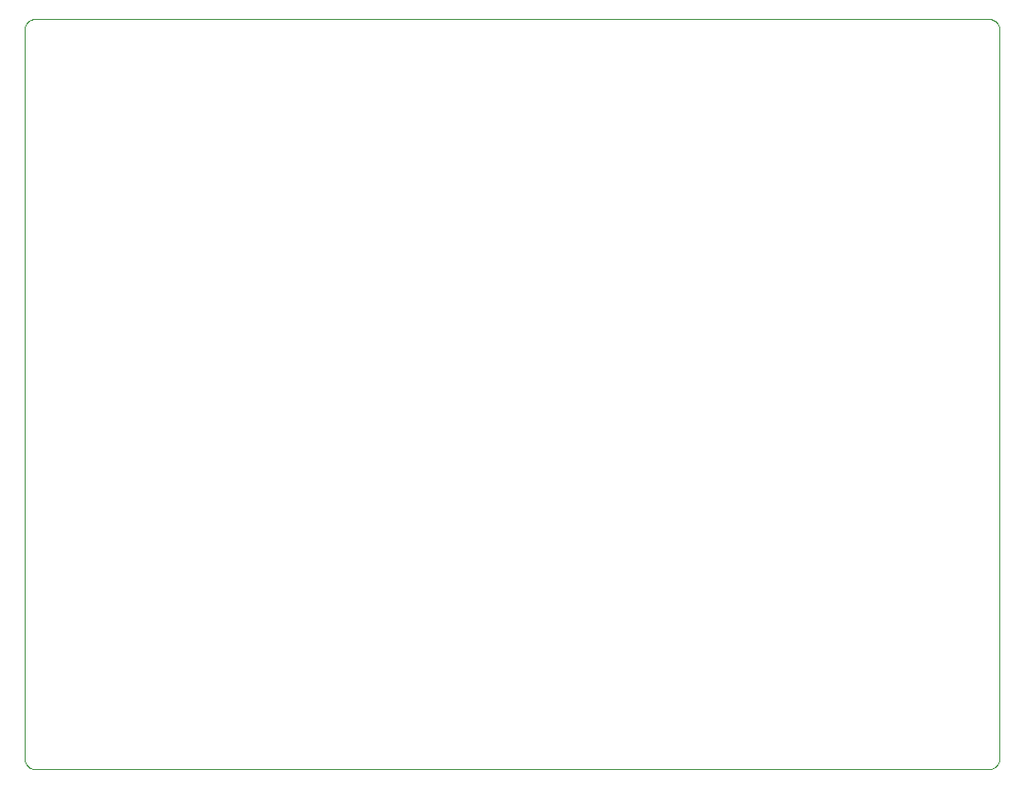
<source format=gbp>
G75*
%MOIN*%
%OFA0B0*%
%FSLAX25Y25*%
%IPPOS*%
%LPD*%
%AMOC8*
5,1,8,0,0,1.08239X$1,22.5*
%
%ADD10C,0.00000*%
D10*
X0005737Y0001800D02*
X0340383Y0001800D01*
X0340507Y0001802D01*
X0340630Y0001808D01*
X0340754Y0001817D01*
X0340876Y0001831D01*
X0340999Y0001848D01*
X0341121Y0001870D01*
X0341242Y0001895D01*
X0341362Y0001924D01*
X0341481Y0001956D01*
X0341600Y0001993D01*
X0341717Y0002033D01*
X0341832Y0002076D01*
X0341947Y0002124D01*
X0342059Y0002175D01*
X0342170Y0002229D01*
X0342280Y0002287D01*
X0342387Y0002348D01*
X0342493Y0002413D01*
X0342596Y0002481D01*
X0342697Y0002552D01*
X0342796Y0002626D01*
X0342893Y0002703D01*
X0342987Y0002784D01*
X0343078Y0002867D01*
X0343167Y0002953D01*
X0343253Y0003042D01*
X0343336Y0003133D01*
X0343417Y0003227D01*
X0343494Y0003324D01*
X0343568Y0003423D01*
X0343639Y0003524D01*
X0343707Y0003627D01*
X0343772Y0003733D01*
X0343833Y0003840D01*
X0343891Y0003950D01*
X0343945Y0004061D01*
X0343996Y0004173D01*
X0344044Y0004288D01*
X0344087Y0004403D01*
X0344127Y0004520D01*
X0344164Y0004639D01*
X0344196Y0004758D01*
X0344225Y0004878D01*
X0344250Y0004999D01*
X0344272Y0005121D01*
X0344289Y0005244D01*
X0344303Y0005366D01*
X0344312Y0005490D01*
X0344318Y0005613D01*
X0344320Y0005737D01*
X0344320Y0261643D01*
X0344318Y0261767D01*
X0344312Y0261890D01*
X0344303Y0262014D01*
X0344289Y0262136D01*
X0344272Y0262259D01*
X0344250Y0262381D01*
X0344225Y0262502D01*
X0344196Y0262622D01*
X0344164Y0262741D01*
X0344127Y0262860D01*
X0344087Y0262977D01*
X0344044Y0263092D01*
X0343996Y0263207D01*
X0343945Y0263319D01*
X0343891Y0263430D01*
X0343833Y0263540D01*
X0343772Y0263647D01*
X0343707Y0263753D01*
X0343639Y0263856D01*
X0343568Y0263957D01*
X0343494Y0264056D01*
X0343417Y0264153D01*
X0343336Y0264247D01*
X0343253Y0264338D01*
X0343167Y0264427D01*
X0343078Y0264513D01*
X0342987Y0264596D01*
X0342893Y0264677D01*
X0342796Y0264754D01*
X0342697Y0264828D01*
X0342596Y0264899D01*
X0342493Y0264967D01*
X0342387Y0265032D01*
X0342280Y0265093D01*
X0342170Y0265151D01*
X0342059Y0265205D01*
X0341947Y0265256D01*
X0341832Y0265304D01*
X0341717Y0265347D01*
X0341600Y0265387D01*
X0341481Y0265424D01*
X0341362Y0265456D01*
X0341242Y0265485D01*
X0341121Y0265510D01*
X0340999Y0265532D01*
X0340876Y0265549D01*
X0340754Y0265563D01*
X0340630Y0265572D01*
X0340507Y0265578D01*
X0340383Y0265580D01*
X0005737Y0265580D01*
X0005613Y0265578D01*
X0005490Y0265572D01*
X0005366Y0265563D01*
X0005244Y0265549D01*
X0005121Y0265532D01*
X0004999Y0265510D01*
X0004878Y0265485D01*
X0004758Y0265456D01*
X0004639Y0265424D01*
X0004520Y0265387D01*
X0004403Y0265347D01*
X0004288Y0265304D01*
X0004173Y0265256D01*
X0004061Y0265205D01*
X0003950Y0265151D01*
X0003840Y0265093D01*
X0003733Y0265032D01*
X0003627Y0264967D01*
X0003524Y0264899D01*
X0003423Y0264828D01*
X0003324Y0264754D01*
X0003227Y0264677D01*
X0003133Y0264596D01*
X0003042Y0264513D01*
X0002953Y0264427D01*
X0002867Y0264338D01*
X0002784Y0264247D01*
X0002703Y0264153D01*
X0002626Y0264056D01*
X0002552Y0263957D01*
X0002481Y0263856D01*
X0002413Y0263753D01*
X0002348Y0263647D01*
X0002287Y0263540D01*
X0002229Y0263430D01*
X0002175Y0263319D01*
X0002124Y0263207D01*
X0002076Y0263092D01*
X0002033Y0262977D01*
X0001993Y0262860D01*
X0001956Y0262741D01*
X0001924Y0262622D01*
X0001895Y0262502D01*
X0001870Y0262381D01*
X0001848Y0262259D01*
X0001831Y0262136D01*
X0001817Y0262014D01*
X0001808Y0261890D01*
X0001802Y0261767D01*
X0001800Y0261643D01*
X0001800Y0005737D01*
X0001802Y0005613D01*
X0001808Y0005490D01*
X0001817Y0005366D01*
X0001831Y0005244D01*
X0001848Y0005121D01*
X0001870Y0004999D01*
X0001895Y0004878D01*
X0001924Y0004758D01*
X0001956Y0004639D01*
X0001993Y0004520D01*
X0002033Y0004403D01*
X0002076Y0004288D01*
X0002124Y0004173D01*
X0002175Y0004061D01*
X0002229Y0003950D01*
X0002287Y0003840D01*
X0002348Y0003733D01*
X0002413Y0003627D01*
X0002481Y0003524D01*
X0002552Y0003423D01*
X0002626Y0003324D01*
X0002703Y0003227D01*
X0002784Y0003133D01*
X0002867Y0003042D01*
X0002953Y0002953D01*
X0003042Y0002867D01*
X0003133Y0002784D01*
X0003227Y0002703D01*
X0003324Y0002626D01*
X0003423Y0002552D01*
X0003524Y0002481D01*
X0003627Y0002413D01*
X0003733Y0002348D01*
X0003840Y0002287D01*
X0003950Y0002229D01*
X0004061Y0002175D01*
X0004173Y0002124D01*
X0004288Y0002076D01*
X0004403Y0002033D01*
X0004520Y0001993D01*
X0004639Y0001956D01*
X0004758Y0001924D01*
X0004878Y0001895D01*
X0004999Y0001870D01*
X0005121Y0001848D01*
X0005244Y0001831D01*
X0005366Y0001817D01*
X0005490Y0001808D01*
X0005613Y0001802D01*
X0005737Y0001800D01*
M02*

</source>
